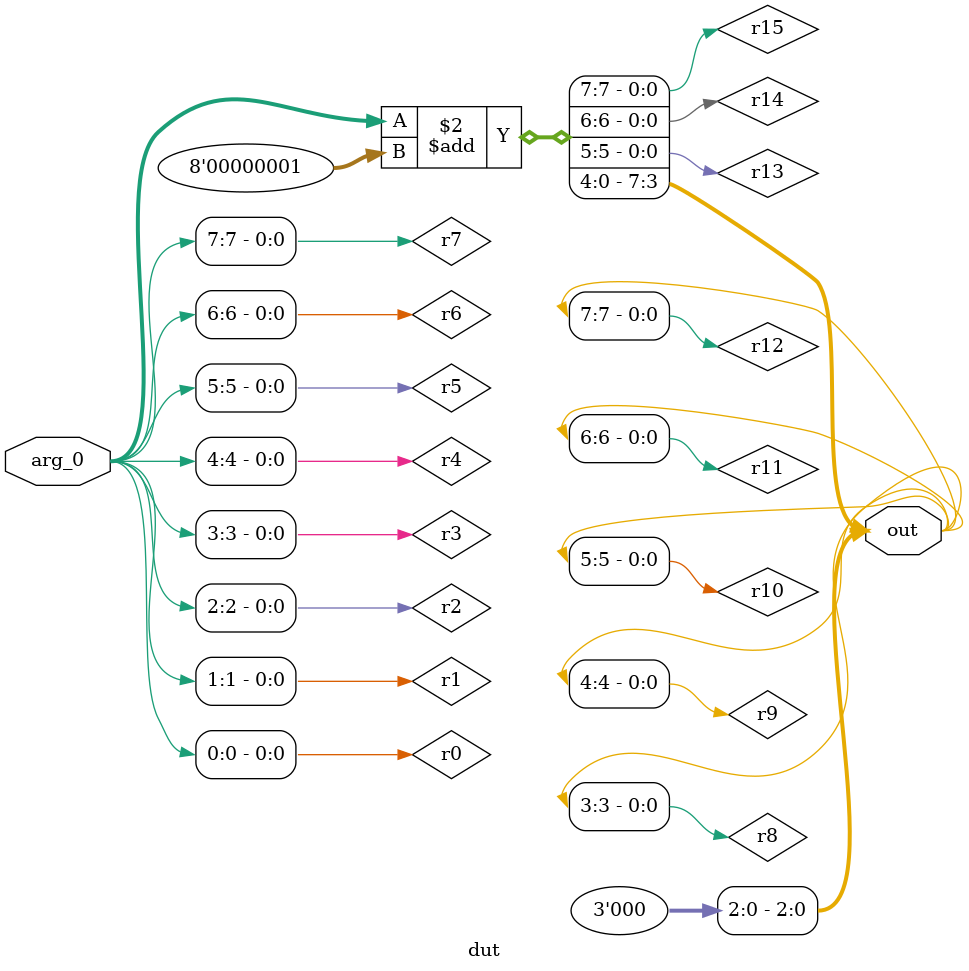
<source format=v>
module testbench();
    wire [7:0] out;
    reg [7:0] arg_0;
    dut t (.out(out),.arg_0(arg_0));
    initial begin
        arg_0 = 8'b00000000;
        #0;
        if (8'b00001000 !== out) begin
            $display("ASSERTION FAILED 0x%0h !== 0x%0h CASE 0", 8'b00001000, out);
            $finish;
        end
        arg_0 = 8'b00000001;
        #0;
        if (8'b00010000 !== out) begin
            $display("ASSERTION FAILED 0x%0h !== 0x%0h CASE 1", 8'b00010000, out);
            $finish;
        end
        arg_0 = 8'b00000010;
        #0;
        if (8'b00011000 !== out) begin
            $display("ASSERTION FAILED 0x%0h !== 0x%0h CASE 2", 8'b00011000, out);
            $finish;
        end
        arg_0 = 8'b00000011;
        #0;
        if (8'b00100000 !== out) begin
            $display("ASSERTION FAILED 0x%0h !== 0x%0h CASE 3", 8'b00100000, out);
            $finish;
        end
        arg_0 = 8'b00000100;
        #0;
        if (8'b00101000 !== out) begin
            $display("ASSERTION FAILED 0x%0h !== 0x%0h CASE 4", 8'b00101000, out);
            $finish;
        end
        arg_0 = 8'b00000101;
        #0;
        if (8'b00110000 !== out) begin
            $display("ASSERTION FAILED 0x%0h !== 0x%0h CASE 5", 8'b00110000, out);
            $finish;
        end
        arg_0 = 8'b00000110;
        #0;
        if (8'b00111000 !== out) begin
            $display("ASSERTION FAILED 0x%0h !== 0x%0h CASE 6", 8'b00111000, out);
            $finish;
        end
        arg_0 = 8'b00000111;
        #0;
        if (8'b01000000 !== out) begin
            $display("ASSERTION FAILED 0x%0h !== 0x%0h CASE 7", 8'b01000000, out);
            $finish;
        end
        arg_0 = 8'b00001000;
        #0;
        if (8'b01001000 !== out) begin
            $display("ASSERTION FAILED 0x%0h !== 0x%0h CASE 8", 8'b01001000, out);
            $finish;
        end
        arg_0 = 8'b00001001;
        #0;
        if (8'b01010000 !== out) begin
            $display("ASSERTION FAILED 0x%0h !== 0x%0h CASE 9", 8'b01010000, out);
            $finish;
        end
        arg_0 = 8'b00001010;
        #0;
        if (8'b01011000 !== out) begin
            $display("ASSERTION FAILED 0x%0h !== 0x%0h CASE 10", 8'b01011000, out);
            $finish;
        end
        arg_0 = 8'b00001011;
        #0;
        if (8'b01100000 !== out) begin
            $display("ASSERTION FAILED 0x%0h !== 0x%0h CASE 11", 8'b01100000, out);
            $finish;
        end
        arg_0 = 8'b00001100;
        #0;
        if (8'b01101000 !== out) begin
            $display("ASSERTION FAILED 0x%0h !== 0x%0h CASE 12", 8'b01101000, out);
            $finish;
        end
        arg_0 = 8'b00001101;
        #0;
        if (8'b01110000 !== out) begin
            $display("ASSERTION FAILED 0x%0h !== 0x%0h CASE 13", 8'b01110000, out);
            $finish;
        end
        arg_0 = 8'b00001110;
        #0;
        if (8'b01111000 !== out) begin
            $display("ASSERTION FAILED 0x%0h !== 0x%0h CASE 14", 8'b01111000, out);
            $finish;
        end
        arg_0 = 8'b00001111;
        #0;
        if (8'b10000000 !== out) begin
            $display("ASSERTION FAILED 0x%0h !== 0x%0h CASE 15", 8'b10000000, out);
            $finish;
        end
        arg_0 = 8'b00010000;
        #0;
        if (8'b10001000 !== out) begin
            $display("ASSERTION FAILED 0x%0h !== 0x%0h CASE 16", 8'b10001000, out);
            $finish;
        end
        arg_0 = 8'b00010001;
        #0;
        if (8'b10010000 !== out) begin
            $display("ASSERTION FAILED 0x%0h !== 0x%0h CASE 17", 8'b10010000, out);
            $finish;
        end
        arg_0 = 8'b00010010;
        #0;
        if (8'b10011000 !== out) begin
            $display("ASSERTION FAILED 0x%0h !== 0x%0h CASE 18", 8'b10011000, out);
            $finish;
        end
        arg_0 = 8'b00010011;
        #0;
        if (8'b10100000 !== out) begin
            $display("ASSERTION FAILED 0x%0h !== 0x%0h CASE 19", 8'b10100000, out);
            $finish;
        end
        arg_0 = 8'b00010100;
        #0;
        if (8'b10101000 !== out) begin
            $display("ASSERTION FAILED 0x%0h !== 0x%0h CASE 20", 8'b10101000, out);
            $finish;
        end
        arg_0 = 8'b00010101;
        #0;
        if (8'b10110000 !== out) begin
            $display("ASSERTION FAILED 0x%0h !== 0x%0h CASE 21", 8'b10110000, out);
            $finish;
        end
        arg_0 = 8'b00010110;
        #0;
        if (8'b10111000 !== out) begin
            $display("ASSERTION FAILED 0x%0h !== 0x%0h CASE 22", 8'b10111000, out);
            $finish;
        end
        arg_0 = 8'b00010111;
        #0;
        if (8'b11000000 !== out) begin
            $display("ASSERTION FAILED 0x%0h !== 0x%0h CASE 23", 8'b11000000, out);
            $finish;
        end
        arg_0 = 8'b00011000;
        #0;
        if (8'b11001000 !== out) begin
            $display("ASSERTION FAILED 0x%0h !== 0x%0h CASE 24", 8'b11001000, out);
            $finish;
        end
        arg_0 = 8'b00011001;
        #0;
        if (8'b11010000 !== out) begin
            $display("ASSERTION FAILED 0x%0h !== 0x%0h CASE 25", 8'b11010000, out);
            $finish;
        end
        arg_0 = 8'b00011010;
        #0;
        if (8'b11011000 !== out) begin
            $display("ASSERTION FAILED 0x%0h !== 0x%0h CASE 26", 8'b11011000, out);
            $finish;
        end
        arg_0 = 8'b00011011;
        #0;
        if (8'b11100000 !== out) begin
            $display("ASSERTION FAILED 0x%0h !== 0x%0h CASE 27", 8'b11100000, out);
            $finish;
        end
        arg_0 = 8'b00011100;
        #0;
        if (8'b11101000 !== out) begin
            $display("ASSERTION FAILED 0x%0h !== 0x%0h CASE 28", 8'b11101000, out);
            $finish;
        end
        arg_0 = 8'b00011101;
        #0;
        if (8'b11110000 !== out) begin
            $display("ASSERTION FAILED 0x%0h !== 0x%0h CASE 29", 8'b11110000, out);
            $finish;
        end
        arg_0 = 8'b00011110;
        #0;
        if (8'b11111000 !== out) begin
            $display("ASSERTION FAILED 0x%0h !== 0x%0h CASE 30", 8'b11111000, out);
            $finish;
        end
        arg_0 = 8'b00011111;
        #0;
        if (8'b00000000 !== out) begin
            $display("ASSERTION FAILED 0x%0h !== 0x%0h CASE 31", 8'b00000000, out);
            $finish;
        end
        arg_0 = 8'b00100000;
        #0;
        if (8'b00001000 !== out) begin
            $display("ASSERTION FAILED 0x%0h !== 0x%0h CASE 32", 8'b00001000, out);
            $finish;
        end
        arg_0 = 8'b00100001;
        #0;
        if (8'b00010000 !== out) begin
            $display("ASSERTION FAILED 0x%0h !== 0x%0h CASE 33", 8'b00010000, out);
            $finish;
        end
        arg_0 = 8'b00100010;
        #0;
        if (8'b00011000 !== out) begin
            $display("ASSERTION FAILED 0x%0h !== 0x%0h CASE 34", 8'b00011000, out);
            $finish;
        end
        arg_0 = 8'b00100011;
        #0;
        if (8'b00100000 !== out) begin
            $display("ASSERTION FAILED 0x%0h !== 0x%0h CASE 35", 8'b00100000, out);
            $finish;
        end
        arg_0 = 8'b00100100;
        #0;
        if (8'b00101000 !== out) begin
            $display("ASSERTION FAILED 0x%0h !== 0x%0h CASE 36", 8'b00101000, out);
            $finish;
        end
        arg_0 = 8'b00100101;
        #0;
        if (8'b00110000 !== out) begin
            $display("ASSERTION FAILED 0x%0h !== 0x%0h CASE 37", 8'b00110000, out);
            $finish;
        end
        arg_0 = 8'b00100110;
        #0;
        if (8'b00111000 !== out) begin
            $display("ASSERTION FAILED 0x%0h !== 0x%0h CASE 38", 8'b00111000, out);
            $finish;
        end
        arg_0 = 8'b00100111;
        #0;
        if (8'b01000000 !== out) begin
            $display("ASSERTION FAILED 0x%0h !== 0x%0h CASE 39", 8'b01000000, out);
            $finish;
        end
        arg_0 = 8'b00101000;
        #0;
        if (8'b01001000 !== out) begin
            $display("ASSERTION FAILED 0x%0h !== 0x%0h CASE 40", 8'b01001000, out);
            $finish;
        end
        arg_0 = 8'b00101001;
        #0;
        if (8'b01010000 !== out) begin
            $display("ASSERTION FAILED 0x%0h !== 0x%0h CASE 41", 8'b01010000, out);
            $finish;
        end
        arg_0 = 8'b00101010;
        #0;
        if (8'b01011000 !== out) begin
            $display("ASSERTION FAILED 0x%0h !== 0x%0h CASE 42", 8'b01011000, out);
            $finish;
        end
        arg_0 = 8'b00101011;
        #0;
        if (8'b01100000 !== out) begin
            $display("ASSERTION FAILED 0x%0h !== 0x%0h CASE 43", 8'b01100000, out);
            $finish;
        end
        arg_0 = 8'b00101100;
        #0;
        if (8'b01101000 !== out) begin
            $display("ASSERTION FAILED 0x%0h !== 0x%0h CASE 44", 8'b01101000, out);
            $finish;
        end
        arg_0 = 8'b00101101;
        #0;
        if (8'b01110000 !== out) begin
            $display("ASSERTION FAILED 0x%0h !== 0x%0h CASE 45", 8'b01110000, out);
            $finish;
        end
        arg_0 = 8'b00101110;
        #0;
        if (8'b01111000 !== out) begin
            $display("ASSERTION FAILED 0x%0h !== 0x%0h CASE 46", 8'b01111000, out);
            $finish;
        end
        arg_0 = 8'b00101111;
        #0;
        if (8'b10000000 !== out) begin
            $display("ASSERTION FAILED 0x%0h !== 0x%0h CASE 47", 8'b10000000, out);
            $finish;
        end
        arg_0 = 8'b00110000;
        #0;
        if (8'b10001000 !== out) begin
            $display("ASSERTION FAILED 0x%0h !== 0x%0h CASE 48", 8'b10001000, out);
            $finish;
        end
        arg_0 = 8'b00110001;
        #0;
        if (8'b10010000 !== out) begin
            $display("ASSERTION FAILED 0x%0h !== 0x%0h CASE 49", 8'b10010000, out);
            $finish;
        end
        arg_0 = 8'b00110010;
        #0;
        if (8'b10011000 !== out) begin
            $display("ASSERTION FAILED 0x%0h !== 0x%0h CASE 50", 8'b10011000, out);
            $finish;
        end
        arg_0 = 8'b00110011;
        #0;
        if (8'b10100000 !== out) begin
            $display("ASSERTION FAILED 0x%0h !== 0x%0h CASE 51", 8'b10100000, out);
            $finish;
        end
        arg_0 = 8'b00110100;
        #0;
        if (8'b10101000 !== out) begin
            $display("ASSERTION FAILED 0x%0h !== 0x%0h CASE 52", 8'b10101000, out);
            $finish;
        end
        arg_0 = 8'b00110101;
        #0;
        if (8'b10110000 !== out) begin
            $display("ASSERTION FAILED 0x%0h !== 0x%0h CASE 53", 8'b10110000, out);
            $finish;
        end
        arg_0 = 8'b00110110;
        #0;
        if (8'b10111000 !== out) begin
            $display("ASSERTION FAILED 0x%0h !== 0x%0h CASE 54", 8'b10111000, out);
            $finish;
        end
        arg_0 = 8'b00110111;
        #0;
        if (8'b11000000 !== out) begin
            $display("ASSERTION FAILED 0x%0h !== 0x%0h CASE 55", 8'b11000000, out);
            $finish;
        end
        arg_0 = 8'b00111000;
        #0;
        if (8'b11001000 !== out) begin
            $display("ASSERTION FAILED 0x%0h !== 0x%0h CASE 56", 8'b11001000, out);
            $finish;
        end
        arg_0 = 8'b00111001;
        #0;
        if (8'b11010000 !== out) begin
            $display("ASSERTION FAILED 0x%0h !== 0x%0h CASE 57", 8'b11010000, out);
            $finish;
        end
        arg_0 = 8'b00111010;
        #0;
        if (8'b11011000 !== out) begin
            $display("ASSERTION FAILED 0x%0h !== 0x%0h CASE 58", 8'b11011000, out);
            $finish;
        end
        arg_0 = 8'b00111011;
        #0;
        if (8'b11100000 !== out) begin
            $display("ASSERTION FAILED 0x%0h !== 0x%0h CASE 59", 8'b11100000, out);
            $finish;
        end
        arg_0 = 8'b00111100;
        #0;
        if (8'b11101000 !== out) begin
            $display("ASSERTION FAILED 0x%0h !== 0x%0h CASE 60", 8'b11101000, out);
            $finish;
        end
        arg_0 = 8'b00111101;
        #0;
        if (8'b11110000 !== out) begin
            $display("ASSERTION FAILED 0x%0h !== 0x%0h CASE 61", 8'b11110000, out);
            $finish;
        end
        arg_0 = 8'b00111110;
        #0;
        if (8'b11111000 !== out) begin
            $display("ASSERTION FAILED 0x%0h !== 0x%0h CASE 62", 8'b11111000, out);
            $finish;
        end
        arg_0 = 8'b00111111;
        #0;
        if (8'b00000000 !== out) begin
            $display("ASSERTION FAILED 0x%0h !== 0x%0h CASE 63", 8'b00000000, out);
            $finish;
        end
        arg_0 = 8'b01000000;
        #0;
        if (8'b00001000 !== out) begin
            $display("ASSERTION FAILED 0x%0h !== 0x%0h CASE 64", 8'b00001000, out);
            $finish;
        end
        arg_0 = 8'b01000001;
        #0;
        if (8'b00010000 !== out) begin
            $display("ASSERTION FAILED 0x%0h !== 0x%0h CASE 65", 8'b00010000, out);
            $finish;
        end
        arg_0 = 8'b01000010;
        #0;
        if (8'b00011000 !== out) begin
            $display("ASSERTION FAILED 0x%0h !== 0x%0h CASE 66", 8'b00011000, out);
            $finish;
        end
        arg_0 = 8'b01000011;
        #0;
        if (8'b00100000 !== out) begin
            $display("ASSERTION FAILED 0x%0h !== 0x%0h CASE 67", 8'b00100000, out);
            $finish;
        end
        arg_0 = 8'b01000100;
        #0;
        if (8'b00101000 !== out) begin
            $display("ASSERTION FAILED 0x%0h !== 0x%0h CASE 68", 8'b00101000, out);
            $finish;
        end
        arg_0 = 8'b01000101;
        #0;
        if (8'b00110000 !== out) begin
            $display("ASSERTION FAILED 0x%0h !== 0x%0h CASE 69", 8'b00110000, out);
            $finish;
        end
        arg_0 = 8'b01000110;
        #0;
        if (8'b00111000 !== out) begin
            $display("ASSERTION FAILED 0x%0h !== 0x%0h CASE 70", 8'b00111000, out);
            $finish;
        end
        arg_0 = 8'b01000111;
        #0;
        if (8'b01000000 !== out) begin
            $display("ASSERTION FAILED 0x%0h !== 0x%0h CASE 71", 8'b01000000, out);
            $finish;
        end
        arg_0 = 8'b01001000;
        #0;
        if (8'b01001000 !== out) begin
            $display("ASSERTION FAILED 0x%0h !== 0x%0h CASE 72", 8'b01001000, out);
            $finish;
        end
        arg_0 = 8'b01001001;
        #0;
        if (8'b01010000 !== out) begin
            $display("ASSERTION FAILED 0x%0h !== 0x%0h CASE 73", 8'b01010000, out);
            $finish;
        end
        arg_0 = 8'b01001010;
        #0;
        if (8'b01011000 !== out) begin
            $display("ASSERTION FAILED 0x%0h !== 0x%0h CASE 74", 8'b01011000, out);
            $finish;
        end
        arg_0 = 8'b01001011;
        #0;
        if (8'b01100000 !== out) begin
            $display("ASSERTION FAILED 0x%0h !== 0x%0h CASE 75", 8'b01100000, out);
            $finish;
        end
        arg_0 = 8'b01001100;
        #0;
        if (8'b01101000 !== out) begin
            $display("ASSERTION FAILED 0x%0h !== 0x%0h CASE 76", 8'b01101000, out);
            $finish;
        end
        arg_0 = 8'b01001101;
        #0;
        if (8'b01110000 !== out) begin
            $display("ASSERTION FAILED 0x%0h !== 0x%0h CASE 77", 8'b01110000, out);
            $finish;
        end
        arg_0 = 8'b01001110;
        #0;
        if (8'b01111000 !== out) begin
            $display("ASSERTION FAILED 0x%0h !== 0x%0h CASE 78", 8'b01111000, out);
            $finish;
        end
        arg_0 = 8'b01001111;
        #0;
        if (8'b10000000 !== out) begin
            $display("ASSERTION FAILED 0x%0h !== 0x%0h CASE 79", 8'b10000000, out);
            $finish;
        end
        arg_0 = 8'b01010000;
        #0;
        if (8'b10001000 !== out) begin
            $display("ASSERTION FAILED 0x%0h !== 0x%0h CASE 80", 8'b10001000, out);
            $finish;
        end
        arg_0 = 8'b01010001;
        #0;
        if (8'b10010000 !== out) begin
            $display("ASSERTION FAILED 0x%0h !== 0x%0h CASE 81", 8'b10010000, out);
            $finish;
        end
        arg_0 = 8'b01010010;
        #0;
        if (8'b10011000 !== out) begin
            $display("ASSERTION FAILED 0x%0h !== 0x%0h CASE 82", 8'b10011000, out);
            $finish;
        end
        arg_0 = 8'b01010011;
        #0;
        if (8'b10100000 !== out) begin
            $display("ASSERTION FAILED 0x%0h !== 0x%0h CASE 83", 8'b10100000, out);
            $finish;
        end
        arg_0 = 8'b01010100;
        #0;
        if (8'b10101000 !== out) begin
            $display("ASSERTION FAILED 0x%0h !== 0x%0h CASE 84", 8'b10101000, out);
            $finish;
        end
        arg_0 = 8'b01010101;
        #0;
        if (8'b10110000 !== out) begin
            $display("ASSERTION FAILED 0x%0h !== 0x%0h CASE 85", 8'b10110000, out);
            $finish;
        end
        arg_0 = 8'b01010110;
        #0;
        if (8'b10111000 !== out) begin
            $display("ASSERTION FAILED 0x%0h !== 0x%0h CASE 86", 8'b10111000, out);
            $finish;
        end
        arg_0 = 8'b01010111;
        #0;
        if (8'b11000000 !== out) begin
            $display("ASSERTION FAILED 0x%0h !== 0x%0h CASE 87", 8'b11000000, out);
            $finish;
        end
        arg_0 = 8'b01011000;
        #0;
        if (8'b11001000 !== out) begin
            $display("ASSERTION FAILED 0x%0h !== 0x%0h CASE 88", 8'b11001000, out);
            $finish;
        end
        arg_0 = 8'b01011001;
        #0;
        if (8'b11010000 !== out) begin
            $display("ASSERTION FAILED 0x%0h !== 0x%0h CASE 89", 8'b11010000, out);
            $finish;
        end
        arg_0 = 8'b01011010;
        #0;
        if (8'b11011000 !== out) begin
            $display("ASSERTION FAILED 0x%0h !== 0x%0h CASE 90", 8'b11011000, out);
            $finish;
        end
        arg_0 = 8'b01011011;
        #0;
        if (8'b11100000 !== out) begin
            $display("ASSERTION FAILED 0x%0h !== 0x%0h CASE 91", 8'b11100000, out);
            $finish;
        end
        arg_0 = 8'b01011100;
        #0;
        if (8'b11101000 !== out) begin
            $display("ASSERTION FAILED 0x%0h !== 0x%0h CASE 92", 8'b11101000, out);
            $finish;
        end
        arg_0 = 8'b01011101;
        #0;
        if (8'b11110000 !== out) begin
            $display("ASSERTION FAILED 0x%0h !== 0x%0h CASE 93", 8'b11110000, out);
            $finish;
        end
        arg_0 = 8'b01011110;
        #0;
        if (8'b11111000 !== out) begin
            $display("ASSERTION FAILED 0x%0h !== 0x%0h CASE 94", 8'b11111000, out);
            $finish;
        end
        arg_0 = 8'b01011111;
        #0;
        if (8'b00000000 !== out) begin
            $display("ASSERTION FAILED 0x%0h !== 0x%0h CASE 95", 8'b00000000, out);
            $finish;
        end
        arg_0 = 8'b01100000;
        #0;
        if (8'b00001000 !== out) begin
            $display("ASSERTION FAILED 0x%0h !== 0x%0h CASE 96", 8'b00001000, out);
            $finish;
        end
        arg_0 = 8'b01100001;
        #0;
        if (8'b00010000 !== out) begin
            $display("ASSERTION FAILED 0x%0h !== 0x%0h CASE 97", 8'b00010000, out);
            $finish;
        end
        arg_0 = 8'b01100010;
        #0;
        if (8'b00011000 !== out) begin
            $display("ASSERTION FAILED 0x%0h !== 0x%0h CASE 98", 8'b00011000, out);
            $finish;
        end
        arg_0 = 8'b01100011;
        #0;
        if (8'b00100000 !== out) begin
            $display("ASSERTION FAILED 0x%0h !== 0x%0h CASE 99", 8'b00100000, out);
            $finish;
        end
        arg_0 = 8'b01100100;
        #0;
        if (8'b00101000 !== out) begin
            $display("ASSERTION FAILED 0x%0h !== 0x%0h CASE 100", 8'b00101000, out);
            $finish;
        end
        arg_0 = 8'b01100101;
        #0;
        if (8'b00110000 !== out) begin
            $display("ASSERTION FAILED 0x%0h !== 0x%0h CASE 101", 8'b00110000, out);
            $finish;
        end
        arg_0 = 8'b01100110;
        #0;
        if (8'b00111000 !== out) begin
            $display("ASSERTION FAILED 0x%0h !== 0x%0h CASE 102", 8'b00111000, out);
            $finish;
        end
        arg_0 = 8'b01100111;
        #0;
        if (8'b01000000 !== out) begin
            $display("ASSERTION FAILED 0x%0h !== 0x%0h CASE 103", 8'b01000000, out);
            $finish;
        end
        arg_0 = 8'b01101000;
        #0;
        if (8'b01001000 !== out) begin
            $display("ASSERTION FAILED 0x%0h !== 0x%0h CASE 104", 8'b01001000, out);
            $finish;
        end
        arg_0 = 8'b01101001;
        #0;
        if (8'b01010000 !== out) begin
            $display("ASSERTION FAILED 0x%0h !== 0x%0h CASE 105", 8'b01010000, out);
            $finish;
        end
        arg_0 = 8'b01101010;
        #0;
        if (8'b01011000 !== out) begin
            $display("ASSERTION FAILED 0x%0h !== 0x%0h CASE 106", 8'b01011000, out);
            $finish;
        end
        arg_0 = 8'b01101011;
        #0;
        if (8'b01100000 !== out) begin
            $display("ASSERTION FAILED 0x%0h !== 0x%0h CASE 107", 8'b01100000, out);
            $finish;
        end
        arg_0 = 8'b01101100;
        #0;
        if (8'b01101000 !== out) begin
            $display("ASSERTION FAILED 0x%0h !== 0x%0h CASE 108", 8'b01101000, out);
            $finish;
        end
        arg_0 = 8'b01101101;
        #0;
        if (8'b01110000 !== out) begin
            $display("ASSERTION FAILED 0x%0h !== 0x%0h CASE 109", 8'b01110000, out);
            $finish;
        end
        arg_0 = 8'b01101110;
        #0;
        if (8'b01111000 !== out) begin
            $display("ASSERTION FAILED 0x%0h !== 0x%0h CASE 110", 8'b01111000, out);
            $finish;
        end
        arg_0 = 8'b01101111;
        #0;
        if (8'b10000000 !== out) begin
            $display("ASSERTION FAILED 0x%0h !== 0x%0h CASE 111", 8'b10000000, out);
            $finish;
        end
        arg_0 = 8'b01110000;
        #0;
        if (8'b10001000 !== out) begin
            $display("ASSERTION FAILED 0x%0h !== 0x%0h CASE 112", 8'b10001000, out);
            $finish;
        end
        arg_0 = 8'b01110001;
        #0;
        if (8'b10010000 !== out) begin
            $display("ASSERTION FAILED 0x%0h !== 0x%0h CASE 113", 8'b10010000, out);
            $finish;
        end
        arg_0 = 8'b01110010;
        #0;
        if (8'b10011000 !== out) begin
            $display("ASSERTION FAILED 0x%0h !== 0x%0h CASE 114", 8'b10011000, out);
            $finish;
        end
        arg_0 = 8'b01110011;
        #0;
        if (8'b10100000 !== out) begin
            $display("ASSERTION FAILED 0x%0h !== 0x%0h CASE 115", 8'b10100000, out);
            $finish;
        end
        arg_0 = 8'b01110100;
        #0;
        if (8'b10101000 !== out) begin
            $display("ASSERTION FAILED 0x%0h !== 0x%0h CASE 116", 8'b10101000, out);
            $finish;
        end
        arg_0 = 8'b01110101;
        #0;
        if (8'b10110000 !== out) begin
            $display("ASSERTION FAILED 0x%0h !== 0x%0h CASE 117", 8'b10110000, out);
            $finish;
        end
        arg_0 = 8'b01110110;
        #0;
        if (8'b10111000 !== out) begin
            $display("ASSERTION FAILED 0x%0h !== 0x%0h CASE 118", 8'b10111000, out);
            $finish;
        end
        arg_0 = 8'b01110111;
        #0;
        if (8'b11000000 !== out) begin
            $display("ASSERTION FAILED 0x%0h !== 0x%0h CASE 119", 8'b11000000, out);
            $finish;
        end
        arg_0 = 8'b01111000;
        #0;
        if (8'b11001000 !== out) begin
            $display("ASSERTION FAILED 0x%0h !== 0x%0h CASE 120", 8'b11001000, out);
            $finish;
        end
        arg_0 = 8'b01111001;
        #0;
        if (8'b11010000 !== out) begin
            $display("ASSERTION FAILED 0x%0h !== 0x%0h CASE 121", 8'b11010000, out);
            $finish;
        end
        arg_0 = 8'b01111010;
        #0;
        if (8'b11011000 !== out) begin
            $display("ASSERTION FAILED 0x%0h !== 0x%0h CASE 122", 8'b11011000, out);
            $finish;
        end
        arg_0 = 8'b01111011;
        #0;
        if (8'b11100000 !== out) begin
            $display("ASSERTION FAILED 0x%0h !== 0x%0h CASE 123", 8'b11100000, out);
            $finish;
        end
        arg_0 = 8'b01111100;
        #0;
        if (8'b11101000 !== out) begin
            $display("ASSERTION FAILED 0x%0h !== 0x%0h CASE 124", 8'b11101000, out);
            $finish;
        end
        arg_0 = 8'b01111101;
        #0;
        if (8'b11110000 !== out) begin
            $display("ASSERTION FAILED 0x%0h !== 0x%0h CASE 125", 8'b11110000, out);
            $finish;
        end
        arg_0 = 8'b01111110;
        #0;
        if (8'b11111000 !== out) begin
            $display("ASSERTION FAILED 0x%0h !== 0x%0h CASE 126", 8'b11111000, out);
            $finish;
        end
        arg_0 = 8'b01111111;
        #0;
        if (8'b00000000 !== out) begin
            $display("ASSERTION FAILED 0x%0h !== 0x%0h CASE 127", 8'b00000000, out);
            $finish;
        end
        arg_0 = 8'b10000000;
        #0;
        if (8'b00001000 !== out) begin
            $display("ASSERTION FAILED 0x%0h !== 0x%0h CASE 128", 8'b00001000, out);
            $finish;
        end
        arg_0 = 8'b10000001;
        #0;
        if (8'b00010000 !== out) begin
            $display("ASSERTION FAILED 0x%0h !== 0x%0h CASE 129", 8'b00010000, out);
            $finish;
        end
        arg_0 = 8'b10000010;
        #0;
        if (8'b00011000 !== out) begin
            $display("ASSERTION FAILED 0x%0h !== 0x%0h CASE 130", 8'b00011000, out);
            $finish;
        end
        arg_0 = 8'b10000011;
        #0;
        if (8'b00100000 !== out) begin
            $display("ASSERTION FAILED 0x%0h !== 0x%0h CASE 131", 8'b00100000, out);
            $finish;
        end
        arg_0 = 8'b10000100;
        #0;
        if (8'b00101000 !== out) begin
            $display("ASSERTION FAILED 0x%0h !== 0x%0h CASE 132", 8'b00101000, out);
            $finish;
        end
        arg_0 = 8'b10000101;
        #0;
        if (8'b00110000 !== out) begin
            $display("ASSERTION FAILED 0x%0h !== 0x%0h CASE 133", 8'b00110000, out);
            $finish;
        end
        arg_0 = 8'b10000110;
        #0;
        if (8'b00111000 !== out) begin
            $display("ASSERTION FAILED 0x%0h !== 0x%0h CASE 134", 8'b00111000, out);
            $finish;
        end
        arg_0 = 8'b10000111;
        #0;
        if (8'b01000000 !== out) begin
            $display("ASSERTION FAILED 0x%0h !== 0x%0h CASE 135", 8'b01000000, out);
            $finish;
        end
        arg_0 = 8'b10001000;
        #0;
        if (8'b01001000 !== out) begin
            $display("ASSERTION FAILED 0x%0h !== 0x%0h CASE 136", 8'b01001000, out);
            $finish;
        end
        arg_0 = 8'b10001001;
        #0;
        if (8'b01010000 !== out) begin
            $display("ASSERTION FAILED 0x%0h !== 0x%0h CASE 137", 8'b01010000, out);
            $finish;
        end
        arg_0 = 8'b10001010;
        #0;
        if (8'b01011000 !== out) begin
            $display("ASSERTION FAILED 0x%0h !== 0x%0h CASE 138", 8'b01011000, out);
            $finish;
        end
        arg_0 = 8'b10001011;
        #0;
        if (8'b01100000 !== out) begin
            $display("ASSERTION FAILED 0x%0h !== 0x%0h CASE 139", 8'b01100000, out);
            $finish;
        end
        arg_0 = 8'b10001100;
        #0;
        if (8'b01101000 !== out) begin
            $display("ASSERTION FAILED 0x%0h !== 0x%0h CASE 140", 8'b01101000, out);
            $finish;
        end
        arg_0 = 8'b10001101;
        #0;
        if (8'b01110000 !== out) begin
            $display("ASSERTION FAILED 0x%0h !== 0x%0h CASE 141", 8'b01110000, out);
            $finish;
        end
        arg_0 = 8'b10001110;
        #0;
        if (8'b01111000 !== out) begin
            $display("ASSERTION FAILED 0x%0h !== 0x%0h CASE 142", 8'b01111000, out);
            $finish;
        end
        arg_0 = 8'b10001111;
        #0;
        if (8'b10000000 !== out) begin
            $display("ASSERTION FAILED 0x%0h !== 0x%0h CASE 143", 8'b10000000, out);
            $finish;
        end
        arg_0 = 8'b10010000;
        #0;
        if (8'b10001000 !== out) begin
            $display("ASSERTION FAILED 0x%0h !== 0x%0h CASE 144", 8'b10001000, out);
            $finish;
        end
        arg_0 = 8'b10010001;
        #0;
        if (8'b10010000 !== out) begin
            $display("ASSERTION FAILED 0x%0h !== 0x%0h CASE 145", 8'b10010000, out);
            $finish;
        end
        arg_0 = 8'b10010010;
        #0;
        if (8'b10011000 !== out) begin
            $display("ASSERTION FAILED 0x%0h !== 0x%0h CASE 146", 8'b10011000, out);
            $finish;
        end
        arg_0 = 8'b10010011;
        #0;
        if (8'b10100000 !== out) begin
            $display("ASSERTION FAILED 0x%0h !== 0x%0h CASE 147", 8'b10100000, out);
            $finish;
        end
        arg_0 = 8'b10010100;
        #0;
        if (8'b10101000 !== out) begin
            $display("ASSERTION FAILED 0x%0h !== 0x%0h CASE 148", 8'b10101000, out);
            $finish;
        end
        arg_0 = 8'b10010101;
        #0;
        if (8'b10110000 !== out) begin
            $display("ASSERTION FAILED 0x%0h !== 0x%0h CASE 149", 8'b10110000, out);
            $finish;
        end
        arg_0 = 8'b10010110;
        #0;
        if (8'b10111000 !== out) begin
            $display("ASSERTION FAILED 0x%0h !== 0x%0h CASE 150", 8'b10111000, out);
            $finish;
        end
        arg_0 = 8'b10010111;
        #0;
        if (8'b11000000 !== out) begin
            $display("ASSERTION FAILED 0x%0h !== 0x%0h CASE 151", 8'b11000000, out);
            $finish;
        end
        arg_0 = 8'b10011000;
        #0;
        if (8'b11001000 !== out) begin
            $display("ASSERTION FAILED 0x%0h !== 0x%0h CASE 152", 8'b11001000, out);
            $finish;
        end
        arg_0 = 8'b10011001;
        #0;
        if (8'b11010000 !== out) begin
            $display("ASSERTION FAILED 0x%0h !== 0x%0h CASE 153", 8'b11010000, out);
            $finish;
        end
        arg_0 = 8'b10011010;
        #0;
        if (8'b11011000 !== out) begin
            $display("ASSERTION FAILED 0x%0h !== 0x%0h CASE 154", 8'b11011000, out);
            $finish;
        end
        arg_0 = 8'b10011011;
        #0;
        if (8'b11100000 !== out) begin
            $display("ASSERTION FAILED 0x%0h !== 0x%0h CASE 155", 8'b11100000, out);
            $finish;
        end
        arg_0 = 8'b10011100;
        #0;
        if (8'b11101000 !== out) begin
            $display("ASSERTION FAILED 0x%0h !== 0x%0h CASE 156", 8'b11101000, out);
            $finish;
        end
        arg_0 = 8'b10011101;
        #0;
        if (8'b11110000 !== out) begin
            $display("ASSERTION FAILED 0x%0h !== 0x%0h CASE 157", 8'b11110000, out);
            $finish;
        end
        arg_0 = 8'b10011110;
        #0;
        if (8'b11111000 !== out) begin
            $display("ASSERTION FAILED 0x%0h !== 0x%0h CASE 158", 8'b11111000, out);
            $finish;
        end
        arg_0 = 8'b10011111;
        #0;
        if (8'b00000000 !== out) begin
            $display("ASSERTION FAILED 0x%0h !== 0x%0h CASE 159", 8'b00000000, out);
            $finish;
        end
        arg_0 = 8'b10100000;
        #0;
        if (8'b00001000 !== out) begin
            $display("ASSERTION FAILED 0x%0h !== 0x%0h CASE 160", 8'b00001000, out);
            $finish;
        end
        arg_0 = 8'b10100001;
        #0;
        if (8'b00010000 !== out) begin
            $display("ASSERTION FAILED 0x%0h !== 0x%0h CASE 161", 8'b00010000, out);
            $finish;
        end
        arg_0 = 8'b10100010;
        #0;
        if (8'b00011000 !== out) begin
            $display("ASSERTION FAILED 0x%0h !== 0x%0h CASE 162", 8'b00011000, out);
            $finish;
        end
        arg_0 = 8'b10100011;
        #0;
        if (8'b00100000 !== out) begin
            $display("ASSERTION FAILED 0x%0h !== 0x%0h CASE 163", 8'b00100000, out);
            $finish;
        end
        arg_0 = 8'b10100100;
        #0;
        if (8'b00101000 !== out) begin
            $display("ASSERTION FAILED 0x%0h !== 0x%0h CASE 164", 8'b00101000, out);
            $finish;
        end
        arg_0 = 8'b10100101;
        #0;
        if (8'b00110000 !== out) begin
            $display("ASSERTION FAILED 0x%0h !== 0x%0h CASE 165", 8'b00110000, out);
            $finish;
        end
        arg_0 = 8'b10100110;
        #0;
        if (8'b00111000 !== out) begin
            $display("ASSERTION FAILED 0x%0h !== 0x%0h CASE 166", 8'b00111000, out);
            $finish;
        end
        arg_0 = 8'b10100111;
        #0;
        if (8'b01000000 !== out) begin
            $display("ASSERTION FAILED 0x%0h !== 0x%0h CASE 167", 8'b01000000, out);
            $finish;
        end
        arg_0 = 8'b10101000;
        #0;
        if (8'b01001000 !== out) begin
            $display("ASSERTION FAILED 0x%0h !== 0x%0h CASE 168", 8'b01001000, out);
            $finish;
        end
        arg_0 = 8'b10101001;
        #0;
        if (8'b01010000 !== out) begin
            $display("ASSERTION FAILED 0x%0h !== 0x%0h CASE 169", 8'b01010000, out);
            $finish;
        end
        arg_0 = 8'b10101010;
        #0;
        if (8'b01011000 !== out) begin
            $display("ASSERTION FAILED 0x%0h !== 0x%0h CASE 170", 8'b01011000, out);
            $finish;
        end
        arg_0 = 8'b10101011;
        #0;
        if (8'b01100000 !== out) begin
            $display("ASSERTION FAILED 0x%0h !== 0x%0h CASE 171", 8'b01100000, out);
            $finish;
        end
        arg_0 = 8'b10101100;
        #0;
        if (8'b01101000 !== out) begin
            $display("ASSERTION FAILED 0x%0h !== 0x%0h CASE 172", 8'b01101000, out);
            $finish;
        end
        arg_0 = 8'b10101101;
        #0;
        if (8'b01110000 !== out) begin
            $display("ASSERTION FAILED 0x%0h !== 0x%0h CASE 173", 8'b01110000, out);
            $finish;
        end
        arg_0 = 8'b10101110;
        #0;
        if (8'b01111000 !== out) begin
            $display("ASSERTION FAILED 0x%0h !== 0x%0h CASE 174", 8'b01111000, out);
            $finish;
        end
        arg_0 = 8'b10101111;
        #0;
        if (8'b10000000 !== out) begin
            $display("ASSERTION FAILED 0x%0h !== 0x%0h CASE 175", 8'b10000000, out);
            $finish;
        end
        arg_0 = 8'b10110000;
        #0;
        if (8'b10001000 !== out) begin
            $display("ASSERTION FAILED 0x%0h !== 0x%0h CASE 176", 8'b10001000, out);
            $finish;
        end
        arg_0 = 8'b10110001;
        #0;
        if (8'b10010000 !== out) begin
            $display("ASSERTION FAILED 0x%0h !== 0x%0h CASE 177", 8'b10010000, out);
            $finish;
        end
        arg_0 = 8'b10110010;
        #0;
        if (8'b10011000 !== out) begin
            $display("ASSERTION FAILED 0x%0h !== 0x%0h CASE 178", 8'b10011000, out);
            $finish;
        end
        arg_0 = 8'b10110011;
        #0;
        if (8'b10100000 !== out) begin
            $display("ASSERTION FAILED 0x%0h !== 0x%0h CASE 179", 8'b10100000, out);
            $finish;
        end
        arg_0 = 8'b10110100;
        #0;
        if (8'b10101000 !== out) begin
            $display("ASSERTION FAILED 0x%0h !== 0x%0h CASE 180", 8'b10101000, out);
            $finish;
        end
        arg_0 = 8'b10110101;
        #0;
        if (8'b10110000 !== out) begin
            $display("ASSERTION FAILED 0x%0h !== 0x%0h CASE 181", 8'b10110000, out);
            $finish;
        end
        arg_0 = 8'b10110110;
        #0;
        if (8'b10111000 !== out) begin
            $display("ASSERTION FAILED 0x%0h !== 0x%0h CASE 182", 8'b10111000, out);
            $finish;
        end
        arg_0 = 8'b10110111;
        #0;
        if (8'b11000000 !== out) begin
            $display("ASSERTION FAILED 0x%0h !== 0x%0h CASE 183", 8'b11000000, out);
            $finish;
        end
        arg_0 = 8'b10111000;
        #0;
        if (8'b11001000 !== out) begin
            $display("ASSERTION FAILED 0x%0h !== 0x%0h CASE 184", 8'b11001000, out);
            $finish;
        end
        arg_0 = 8'b10111001;
        #0;
        if (8'b11010000 !== out) begin
            $display("ASSERTION FAILED 0x%0h !== 0x%0h CASE 185", 8'b11010000, out);
            $finish;
        end
        arg_0 = 8'b10111010;
        #0;
        if (8'b11011000 !== out) begin
            $display("ASSERTION FAILED 0x%0h !== 0x%0h CASE 186", 8'b11011000, out);
            $finish;
        end
        arg_0 = 8'b10111011;
        #0;
        if (8'b11100000 !== out) begin
            $display("ASSERTION FAILED 0x%0h !== 0x%0h CASE 187", 8'b11100000, out);
            $finish;
        end
        arg_0 = 8'b10111100;
        #0;
        if (8'b11101000 !== out) begin
            $display("ASSERTION FAILED 0x%0h !== 0x%0h CASE 188", 8'b11101000, out);
            $finish;
        end
        arg_0 = 8'b10111101;
        #0;
        if (8'b11110000 !== out) begin
            $display("ASSERTION FAILED 0x%0h !== 0x%0h CASE 189", 8'b11110000, out);
            $finish;
        end
        arg_0 = 8'b10111110;
        #0;
        if (8'b11111000 !== out) begin
            $display("ASSERTION FAILED 0x%0h !== 0x%0h CASE 190", 8'b11111000, out);
            $finish;
        end
        arg_0 = 8'b10111111;
        #0;
        if (8'b00000000 !== out) begin
            $display("ASSERTION FAILED 0x%0h !== 0x%0h CASE 191", 8'b00000000, out);
            $finish;
        end
        arg_0 = 8'b11000000;
        #0;
        if (8'b00001000 !== out) begin
            $display("ASSERTION FAILED 0x%0h !== 0x%0h CASE 192", 8'b00001000, out);
            $finish;
        end
        arg_0 = 8'b11000001;
        #0;
        if (8'b00010000 !== out) begin
            $display("ASSERTION FAILED 0x%0h !== 0x%0h CASE 193", 8'b00010000, out);
            $finish;
        end
        arg_0 = 8'b11000010;
        #0;
        if (8'b00011000 !== out) begin
            $display("ASSERTION FAILED 0x%0h !== 0x%0h CASE 194", 8'b00011000, out);
            $finish;
        end
        arg_0 = 8'b11000011;
        #0;
        if (8'b00100000 !== out) begin
            $display("ASSERTION FAILED 0x%0h !== 0x%0h CASE 195", 8'b00100000, out);
            $finish;
        end
        arg_0 = 8'b11000100;
        #0;
        if (8'b00101000 !== out) begin
            $display("ASSERTION FAILED 0x%0h !== 0x%0h CASE 196", 8'b00101000, out);
            $finish;
        end
        arg_0 = 8'b11000101;
        #0;
        if (8'b00110000 !== out) begin
            $display("ASSERTION FAILED 0x%0h !== 0x%0h CASE 197", 8'b00110000, out);
            $finish;
        end
        arg_0 = 8'b11000110;
        #0;
        if (8'b00111000 !== out) begin
            $display("ASSERTION FAILED 0x%0h !== 0x%0h CASE 198", 8'b00111000, out);
            $finish;
        end
        arg_0 = 8'b11000111;
        #0;
        if (8'b01000000 !== out) begin
            $display("ASSERTION FAILED 0x%0h !== 0x%0h CASE 199", 8'b01000000, out);
            $finish;
        end
        arg_0 = 8'b11001000;
        #0;
        if (8'b01001000 !== out) begin
            $display("ASSERTION FAILED 0x%0h !== 0x%0h CASE 200", 8'b01001000, out);
            $finish;
        end
        arg_0 = 8'b11001001;
        #0;
        if (8'b01010000 !== out) begin
            $display("ASSERTION FAILED 0x%0h !== 0x%0h CASE 201", 8'b01010000, out);
            $finish;
        end
        arg_0 = 8'b11001010;
        #0;
        if (8'b01011000 !== out) begin
            $display("ASSERTION FAILED 0x%0h !== 0x%0h CASE 202", 8'b01011000, out);
            $finish;
        end
        arg_0 = 8'b11001011;
        #0;
        if (8'b01100000 !== out) begin
            $display("ASSERTION FAILED 0x%0h !== 0x%0h CASE 203", 8'b01100000, out);
            $finish;
        end
        arg_0 = 8'b11001100;
        #0;
        if (8'b01101000 !== out) begin
            $display("ASSERTION FAILED 0x%0h !== 0x%0h CASE 204", 8'b01101000, out);
            $finish;
        end
        arg_0 = 8'b11001101;
        #0;
        if (8'b01110000 !== out) begin
            $display("ASSERTION FAILED 0x%0h !== 0x%0h CASE 205", 8'b01110000, out);
            $finish;
        end
        arg_0 = 8'b11001110;
        #0;
        if (8'b01111000 !== out) begin
            $display("ASSERTION FAILED 0x%0h !== 0x%0h CASE 206", 8'b01111000, out);
            $finish;
        end
        arg_0 = 8'b11001111;
        #0;
        if (8'b10000000 !== out) begin
            $display("ASSERTION FAILED 0x%0h !== 0x%0h CASE 207", 8'b10000000, out);
            $finish;
        end
        arg_0 = 8'b11010000;
        #0;
        if (8'b10001000 !== out) begin
            $display("ASSERTION FAILED 0x%0h !== 0x%0h CASE 208", 8'b10001000, out);
            $finish;
        end
        arg_0 = 8'b11010001;
        #0;
        if (8'b10010000 !== out) begin
            $display("ASSERTION FAILED 0x%0h !== 0x%0h CASE 209", 8'b10010000, out);
            $finish;
        end
        arg_0 = 8'b11010010;
        #0;
        if (8'b10011000 !== out) begin
            $display("ASSERTION FAILED 0x%0h !== 0x%0h CASE 210", 8'b10011000, out);
            $finish;
        end
        arg_0 = 8'b11010011;
        #0;
        if (8'b10100000 !== out) begin
            $display("ASSERTION FAILED 0x%0h !== 0x%0h CASE 211", 8'b10100000, out);
            $finish;
        end
        arg_0 = 8'b11010100;
        #0;
        if (8'b10101000 !== out) begin
            $display("ASSERTION FAILED 0x%0h !== 0x%0h CASE 212", 8'b10101000, out);
            $finish;
        end
        arg_0 = 8'b11010101;
        #0;
        if (8'b10110000 !== out) begin
            $display("ASSERTION FAILED 0x%0h !== 0x%0h CASE 213", 8'b10110000, out);
            $finish;
        end
        arg_0 = 8'b11010110;
        #0;
        if (8'b10111000 !== out) begin
            $display("ASSERTION FAILED 0x%0h !== 0x%0h CASE 214", 8'b10111000, out);
            $finish;
        end
        arg_0 = 8'b11010111;
        #0;
        if (8'b11000000 !== out) begin
            $display("ASSERTION FAILED 0x%0h !== 0x%0h CASE 215", 8'b11000000, out);
            $finish;
        end
        arg_0 = 8'b11011000;
        #0;
        if (8'b11001000 !== out) begin
            $display("ASSERTION FAILED 0x%0h !== 0x%0h CASE 216", 8'b11001000, out);
            $finish;
        end
        arg_0 = 8'b11011001;
        #0;
        if (8'b11010000 !== out) begin
            $display("ASSERTION FAILED 0x%0h !== 0x%0h CASE 217", 8'b11010000, out);
            $finish;
        end
        arg_0 = 8'b11011010;
        #0;
        if (8'b11011000 !== out) begin
            $display("ASSERTION FAILED 0x%0h !== 0x%0h CASE 218", 8'b11011000, out);
            $finish;
        end
        arg_0 = 8'b11011011;
        #0;
        if (8'b11100000 !== out) begin
            $display("ASSERTION FAILED 0x%0h !== 0x%0h CASE 219", 8'b11100000, out);
            $finish;
        end
        arg_0 = 8'b11011100;
        #0;
        if (8'b11101000 !== out) begin
            $display("ASSERTION FAILED 0x%0h !== 0x%0h CASE 220", 8'b11101000, out);
            $finish;
        end
        arg_0 = 8'b11011101;
        #0;
        if (8'b11110000 !== out) begin
            $display("ASSERTION FAILED 0x%0h !== 0x%0h CASE 221", 8'b11110000, out);
            $finish;
        end
        arg_0 = 8'b11011110;
        #0;
        if (8'b11111000 !== out) begin
            $display("ASSERTION FAILED 0x%0h !== 0x%0h CASE 222", 8'b11111000, out);
            $finish;
        end
        arg_0 = 8'b11011111;
        #0;
        if (8'b00000000 !== out) begin
            $display("ASSERTION FAILED 0x%0h !== 0x%0h CASE 223", 8'b00000000, out);
            $finish;
        end
        arg_0 = 8'b11100000;
        #0;
        if (8'b00001000 !== out) begin
            $display("ASSERTION FAILED 0x%0h !== 0x%0h CASE 224", 8'b00001000, out);
            $finish;
        end
        arg_0 = 8'b11100001;
        #0;
        if (8'b00010000 !== out) begin
            $display("ASSERTION FAILED 0x%0h !== 0x%0h CASE 225", 8'b00010000, out);
            $finish;
        end
        arg_0 = 8'b11100010;
        #0;
        if (8'b00011000 !== out) begin
            $display("ASSERTION FAILED 0x%0h !== 0x%0h CASE 226", 8'b00011000, out);
            $finish;
        end
        arg_0 = 8'b11100011;
        #0;
        if (8'b00100000 !== out) begin
            $display("ASSERTION FAILED 0x%0h !== 0x%0h CASE 227", 8'b00100000, out);
            $finish;
        end
        arg_0 = 8'b11100100;
        #0;
        if (8'b00101000 !== out) begin
            $display("ASSERTION FAILED 0x%0h !== 0x%0h CASE 228", 8'b00101000, out);
            $finish;
        end
        arg_0 = 8'b11100101;
        #0;
        if (8'b00110000 !== out) begin
            $display("ASSERTION FAILED 0x%0h !== 0x%0h CASE 229", 8'b00110000, out);
            $finish;
        end
        arg_0 = 8'b11100110;
        #0;
        if (8'b00111000 !== out) begin
            $display("ASSERTION FAILED 0x%0h !== 0x%0h CASE 230", 8'b00111000, out);
            $finish;
        end
        arg_0 = 8'b11100111;
        #0;
        if (8'b01000000 !== out) begin
            $display("ASSERTION FAILED 0x%0h !== 0x%0h CASE 231", 8'b01000000, out);
            $finish;
        end
        arg_0 = 8'b11101000;
        #0;
        if (8'b01001000 !== out) begin
            $display("ASSERTION FAILED 0x%0h !== 0x%0h CASE 232", 8'b01001000, out);
            $finish;
        end
        arg_0 = 8'b11101001;
        #0;
        if (8'b01010000 !== out) begin
            $display("ASSERTION FAILED 0x%0h !== 0x%0h CASE 233", 8'b01010000, out);
            $finish;
        end
        arg_0 = 8'b11101010;
        #0;
        if (8'b01011000 !== out) begin
            $display("ASSERTION FAILED 0x%0h !== 0x%0h CASE 234", 8'b01011000, out);
            $finish;
        end
        arg_0 = 8'b11101011;
        #0;
        if (8'b01100000 !== out) begin
            $display("ASSERTION FAILED 0x%0h !== 0x%0h CASE 235", 8'b01100000, out);
            $finish;
        end
        arg_0 = 8'b11101100;
        #0;
        if (8'b01101000 !== out) begin
            $display("ASSERTION FAILED 0x%0h !== 0x%0h CASE 236", 8'b01101000, out);
            $finish;
        end
        arg_0 = 8'b11101101;
        #0;
        if (8'b01110000 !== out) begin
            $display("ASSERTION FAILED 0x%0h !== 0x%0h CASE 237", 8'b01110000, out);
            $finish;
        end
        arg_0 = 8'b11101110;
        #0;
        if (8'b01111000 !== out) begin
            $display("ASSERTION FAILED 0x%0h !== 0x%0h CASE 238", 8'b01111000, out);
            $finish;
        end
        arg_0 = 8'b11101111;
        #0;
        if (8'b10000000 !== out) begin
            $display("ASSERTION FAILED 0x%0h !== 0x%0h CASE 239", 8'b10000000, out);
            $finish;
        end
        arg_0 = 8'b11110000;
        #0;
        if (8'b10001000 !== out) begin
            $display("ASSERTION FAILED 0x%0h !== 0x%0h CASE 240", 8'b10001000, out);
            $finish;
        end
        arg_0 = 8'b11110001;
        #0;
        if (8'b10010000 !== out) begin
            $display("ASSERTION FAILED 0x%0h !== 0x%0h CASE 241", 8'b10010000, out);
            $finish;
        end
        arg_0 = 8'b11110010;
        #0;
        if (8'b10011000 !== out) begin
            $display("ASSERTION FAILED 0x%0h !== 0x%0h CASE 242", 8'b10011000, out);
            $finish;
        end
        arg_0 = 8'b11110011;
        #0;
        if (8'b10100000 !== out) begin
            $display("ASSERTION FAILED 0x%0h !== 0x%0h CASE 243", 8'b10100000, out);
            $finish;
        end
        arg_0 = 8'b11110100;
        #0;
        if (8'b10101000 !== out) begin
            $display("ASSERTION FAILED 0x%0h !== 0x%0h CASE 244", 8'b10101000, out);
            $finish;
        end
        arg_0 = 8'b11110101;
        #0;
        if (8'b10110000 !== out) begin
            $display("ASSERTION FAILED 0x%0h !== 0x%0h CASE 245", 8'b10110000, out);
            $finish;
        end
        arg_0 = 8'b11110110;
        #0;
        if (8'b10111000 !== out) begin
            $display("ASSERTION FAILED 0x%0h !== 0x%0h CASE 246", 8'b10111000, out);
            $finish;
        end
        arg_0 = 8'b11110111;
        #0;
        if (8'b11000000 !== out) begin
            $display("ASSERTION FAILED 0x%0h !== 0x%0h CASE 247", 8'b11000000, out);
            $finish;
        end
        arg_0 = 8'b11111000;
        #0;
        if (8'b11001000 !== out) begin
            $display("ASSERTION FAILED 0x%0h !== 0x%0h CASE 248", 8'b11001000, out);
            $finish;
        end
        arg_0 = 8'b11111001;
        #0;
        if (8'b11010000 !== out) begin
            $display("ASSERTION FAILED 0x%0h !== 0x%0h CASE 249", 8'b11010000, out);
            $finish;
        end
        arg_0 = 8'b11111010;
        #0;
        if (8'b11011000 !== out) begin
            $display("ASSERTION FAILED 0x%0h !== 0x%0h CASE 250", 8'b11011000, out);
            $finish;
        end
        arg_0 = 8'b11111011;
        #0;
        if (8'b11100000 !== out) begin
            $display("ASSERTION FAILED 0x%0h !== 0x%0h CASE 251", 8'b11100000, out);
            $finish;
        end
        arg_0 = 8'b11111100;
        #0;
        if (8'b11101000 !== out) begin
            $display("ASSERTION FAILED 0x%0h !== 0x%0h CASE 252", 8'b11101000, out);
            $finish;
        end
        arg_0 = 8'b11111101;
        #0;
        if (8'b11110000 !== out) begin
            $display("ASSERTION FAILED 0x%0h !== 0x%0h CASE 253", 8'b11110000, out);
            $finish;
        end
        arg_0 = 8'b11111110;
        #0;
        if (8'b11111000 !== out) begin
            $display("ASSERTION FAILED 0x%0h !== 0x%0h CASE 254", 8'b11111000, out);
            $finish;
        end
        arg_0 = 8'b11111111;
        #0;
        if (8'b00000000 !== out) begin
            $display("ASSERTION FAILED 0x%0h !== 0x%0h CASE 255", 8'b00000000, out);
            $finish;
        end
        $display("TESTBENCH OK", );
        $finish;
    end
endmodule
//
module dut(input wire [7:0] arg_0, output reg [7:0] out);
    reg [0:0] r0;
    reg [0:0] r1;
    reg [0:0] r2;
    reg [0:0] r3;
    reg [0:0] r4;
    reg [0:0] r5;
    reg [0:0] r6;
    reg [0:0] r7;
    reg [0:0] r8;
    reg [0:0] r9;
    reg [0:0] r10;
    reg [0:0] r11;
    reg [0:0] r12;
    reg [0:0] r13;
    reg [0:0] r14;
    reg [0:0] r15;
    always @(*) begin
        r0 = arg_0[0];
        r1 = arg_0[1];
        r2 = arg_0[2];
        r3 = arg_0[3];
        r4 = arg_0[4];
        r5 = arg_0[5];
        r6 = arg_0[6];
        r7 = arg_0[7];
        // let a = a.val();
        //
        // let b = a + 1;
        //
        // let c = bits(3);
        //
        // let d = b << c;
        //
        // signal(d)
        //
        { r15,r14,r13,r12,r11,r10,r9,r8 } = { r7, r6, r5, r4, r3, r2, r1, r0 } + { 1'b0, 1'b0, 1'b0, 1'b0, 1'b0, 1'b0, 1'b0, 1'b1 };
        out = { r12, r11, r10, r9, r8, 1'b0, 1'b0, 1'b0 };
    end
endmodule

</source>
